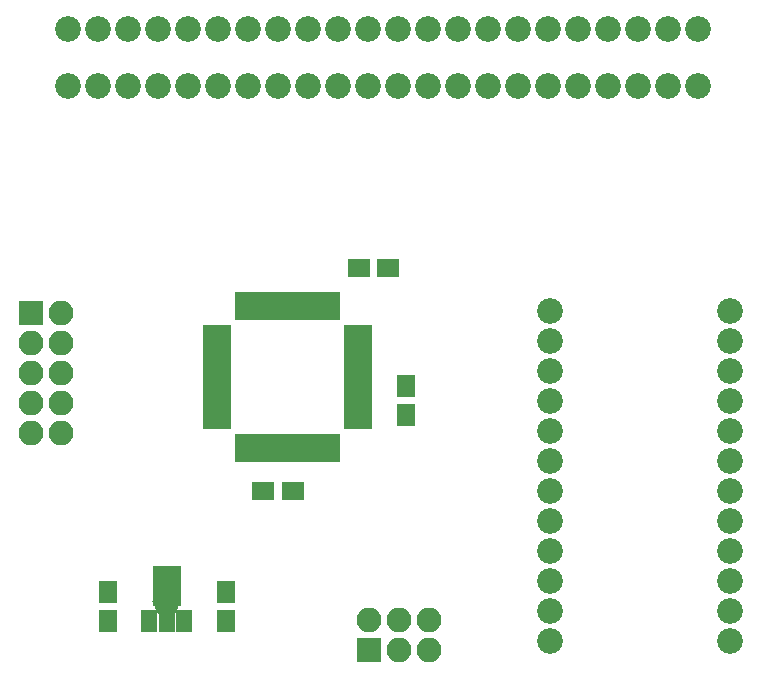
<source format=gts>
G04 #@! TF.FileFunction,Soldermask,Top*
%FSLAX46Y46*%
G04 Gerber Fmt 4.6, Leading zero omitted, Abs format (unit mm)*
G04 Created by KiCad (PCBNEW 4.0.1-stable) date Monday, April 10, 2017 'AMt' 12:08:22 AM*
%MOMM*%
G01*
G04 APERTURE LIST*
%ADD10C,0.100000*%
%ADD11R,1.650000X1.900000*%
%ADD12R,1.900000X1.650000*%
%ADD13R,2.400000X0.900000*%
%ADD14R,0.900000X2.400000*%
%ADD15R,1.400000X1.900000*%
%ADD16R,2.400000X3.400000*%
%ADD17R,2.100000X2.100000*%
%ADD18O,2.100000X2.100000*%
%ADD19C,2.178000*%
G04 APERTURE END LIST*
D10*
D11*
X167020000Y-85390000D03*
X167020000Y-87890000D03*
D12*
X154940000Y-94280000D03*
X157440000Y-94280000D03*
D11*
X141820000Y-102800000D03*
X141820000Y-105300000D03*
X151800000Y-102800000D03*
X151800000Y-105300000D03*
D13*
X151010000Y-80640000D03*
X151010000Y-81440000D03*
X151010000Y-82240000D03*
X151010000Y-83040000D03*
X151010000Y-83840000D03*
X151010000Y-84640000D03*
X151010000Y-85440000D03*
X151010000Y-86240000D03*
X151010000Y-87040000D03*
X151010000Y-87840000D03*
X151010000Y-88640000D03*
D14*
X153010000Y-90640000D03*
X153810000Y-90640000D03*
X154610000Y-90640000D03*
X155410000Y-90640000D03*
X156210000Y-90640000D03*
X157010000Y-90640000D03*
X157810000Y-90640000D03*
X158610000Y-90640000D03*
X159410000Y-90640000D03*
X160210000Y-90640000D03*
X161010000Y-90640000D03*
D13*
X163010000Y-88640000D03*
X163010000Y-87840000D03*
X163010000Y-87040000D03*
X163010000Y-86240000D03*
X163010000Y-85440000D03*
X163010000Y-84640000D03*
X163010000Y-83840000D03*
X163010000Y-83040000D03*
X163010000Y-82240000D03*
X163010000Y-81440000D03*
X163010000Y-80640000D03*
D14*
X161010000Y-78640000D03*
X160210000Y-78640000D03*
X159410000Y-78640000D03*
X158610000Y-78640000D03*
X157810000Y-78640000D03*
X157010000Y-78640000D03*
X156210000Y-78640000D03*
X155410000Y-78640000D03*
X154610000Y-78640000D03*
X153810000Y-78640000D03*
X153010000Y-78640000D03*
D15*
X145280000Y-105250000D03*
X146780000Y-105250000D03*
X148280000Y-105250000D03*
D16*
X146780000Y-102290000D03*
D10*
G36*
X147980000Y-103565000D02*
X147480000Y-104715000D01*
X146080000Y-104715000D01*
X145580000Y-103565000D01*
X147980000Y-103565000D01*
X147980000Y-103565000D01*
G37*
D17*
X163930000Y-107780000D03*
D18*
X163930000Y-105240000D03*
X166470000Y-107780000D03*
X166470000Y-105240000D03*
X169010000Y-107780000D03*
X169010000Y-105240000D03*
D17*
X135260000Y-79180000D03*
D18*
X137800000Y-79180000D03*
X135260000Y-81720000D03*
X137800000Y-81720000D03*
X135260000Y-84260000D03*
X137800000Y-84260000D03*
X135260000Y-86800000D03*
X137800000Y-86800000D03*
X135260000Y-89340000D03*
X137800000Y-89340000D03*
D19*
X179270000Y-107000000D03*
X194510000Y-107000000D03*
X179270000Y-104460000D03*
X194510000Y-104460000D03*
X179270000Y-101920000D03*
X194510000Y-101920000D03*
X179270000Y-99380000D03*
X194510000Y-99380000D03*
X179270000Y-96840000D03*
X194510000Y-96840000D03*
X179270000Y-94300000D03*
X194510000Y-94300000D03*
X179270000Y-91760000D03*
X194510000Y-91760000D03*
X179270000Y-89220000D03*
X194510000Y-89220000D03*
X179270000Y-86680000D03*
X194510000Y-86680000D03*
X179270000Y-84140000D03*
X194510000Y-84140000D03*
X179270000Y-81600000D03*
X194510000Y-81600000D03*
X179270000Y-79060000D03*
X194510000Y-79060000D03*
X191750000Y-55140000D03*
X191750000Y-59991400D03*
X189210000Y-55140000D03*
X189210000Y-59991400D03*
X186670000Y-55140000D03*
X186670000Y-59991400D03*
X184130000Y-55140000D03*
X184130000Y-59991400D03*
X181590000Y-55140000D03*
X181590000Y-59991400D03*
X179050000Y-55140000D03*
X179050000Y-59991400D03*
X176510000Y-55140000D03*
X176510000Y-59991400D03*
X173970000Y-55140000D03*
X173970000Y-59991400D03*
X171430000Y-55140000D03*
X171430000Y-59991400D03*
X168890000Y-55140000D03*
X168890000Y-59991400D03*
X166350000Y-55140000D03*
X166350000Y-59991400D03*
X163810000Y-55140000D03*
X163810000Y-59991400D03*
X161270000Y-55140000D03*
X161270000Y-59991400D03*
X158730000Y-55140000D03*
X158730000Y-59991400D03*
X156190000Y-55140000D03*
X156190000Y-59991400D03*
X153650000Y-55140000D03*
X153650000Y-59991400D03*
X151110000Y-55140000D03*
X151110000Y-59991400D03*
X148570000Y-55140000D03*
X148570000Y-59991400D03*
X146030000Y-55140000D03*
X146030000Y-59991400D03*
X143490000Y-55140000D03*
X143490000Y-59991400D03*
X140950000Y-55140000D03*
X140950000Y-59991400D03*
X138410000Y-55140000D03*
X138410000Y-59991400D03*
D12*
X163060000Y-75440000D03*
X165560000Y-75440000D03*
M02*

</source>
